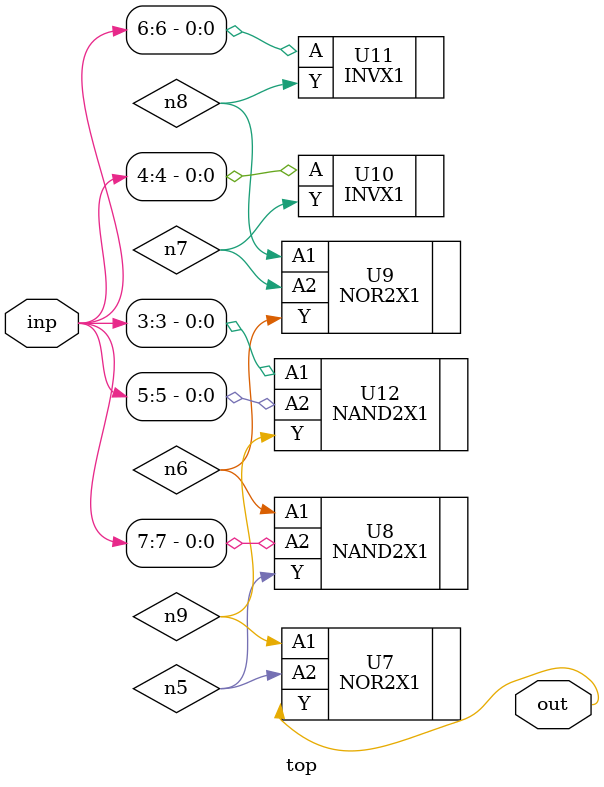
<source format=sv>


module top ( inp, out );
  input [7:0] inp;
  output out;
  wire   n5, n6, n7, n8, n9;

  NOR2X1 U7 ( .A1(n9), .A2(n5), .Y(out) );
  NAND2X1 U8 ( .A1(n6), .A2(inp[7]), .Y(n5) );
  NOR2X1 U9 ( .A1(n8), .A2(n7), .Y(n6) );
  INVX1 U10 ( .A(inp[4]), .Y(n7) );
  INVX1 U11 ( .A(inp[6]), .Y(n8) );
  NAND2X1 U12 ( .A1(inp[3]), .A2(inp[5]), .Y(n9) );
endmodule


</source>
